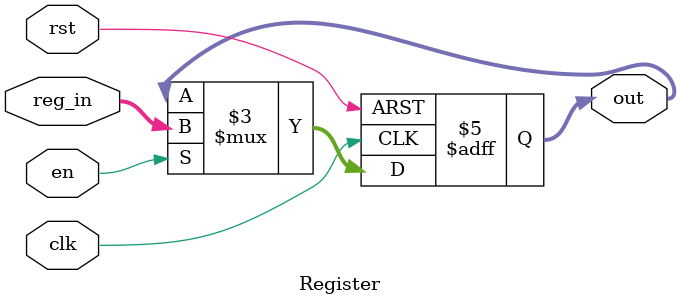
<source format=v>
module Register(clk, rst, en,reg_in, out);
    input clk, rst,en;
    input [7:0] reg_in;
    output reg [7:0] out;

    always @(posedge clk ,posedge rst) begin
        if (rst)
            out = 8'd0;
        else if(en)
            out = reg_in;
        else 
            out = out;
    end

endmodule
</source>
